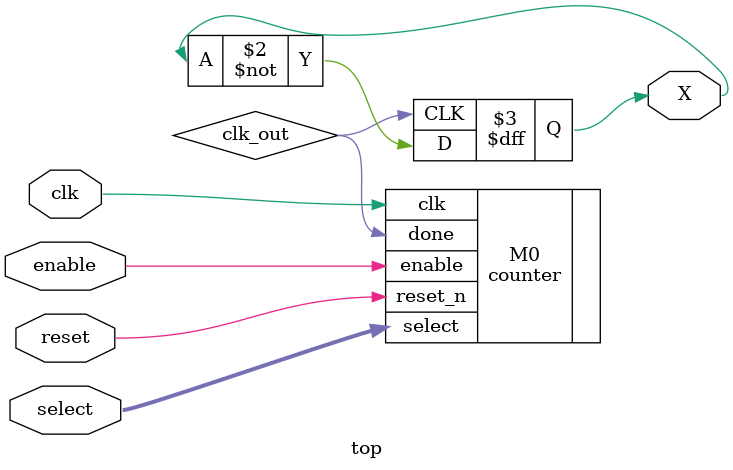
<source format=v>
`timescale 1ns / 1ps


module top(
    input clk,
    input reset,
    input enable,
    input [3:0] select,
    output reg X
    );
    wire clk_out;
    
    counter M0 (
        .clk(clk),
        .reset_n(reset),
        .enable(enable),
        .select(select),
        .done(clk_out)
    );
    
    always@(posedge clk_out)begin
        X = ~X;
    end

    
endmodule

</source>
